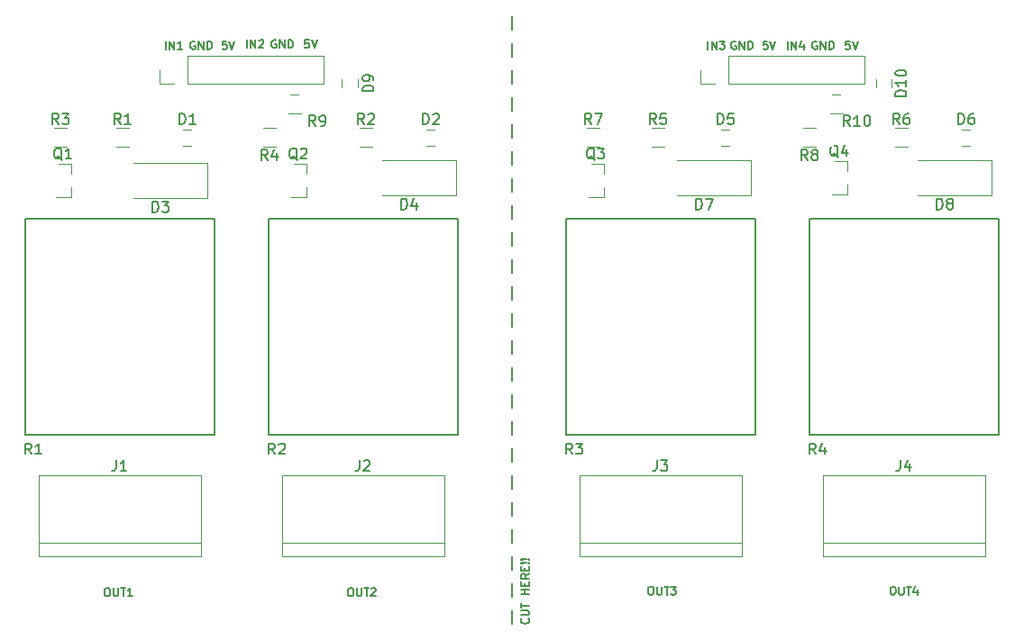
<source format=gbr>
G04 #@! TF.FileFunction,Legend,Top*
%FSLAX46Y46*%
G04 Gerber Fmt 4.6, Leading zero omitted, Abs format (unit mm)*
G04 Created by KiCad (PCBNEW 4.0.7) date 05/31/18 17:41:53*
%MOMM*%
%LPD*%
G01*
G04 APERTURE LIST*
%ADD10C,0.100000*%
%ADD11C,0.200000*%
%ADD12C,0.190500*%
%ADD13C,0.120000*%
%ADD14C,0.150000*%
%ADD15C,3.600000*%
%ADD16R,2.300000X1.200000*%
%ADD17R,1.900000X1.700000*%
%ADD18R,3.400000X3.400000*%
%ADD19C,3.400000*%
%ADD20O,2.900000X3.600000*%
%ADD21O,3.600000X2.900000*%
%ADD22R,3.900000X2.200000*%
%ADD23R,1.700000X1.900000*%
%ADD24R,2.100000X2.100000*%
%ADD25O,2.100000X2.100000*%
G04 APERTURE END LIST*
D10*
D11*
X109220000Y-73678872D02*
X109220000Y-72408872D01*
X109220000Y-76218872D02*
X109220000Y-74948872D01*
X109220000Y-71138872D02*
X109220000Y-69868872D01*
X109220000Y-68598872D02*
X109220000Y-67328872D01*
X109220000Y-86378872D02*
X109220000Y-85108872D01*
X109220000Y-81298872D02*
X109220000Y-80028872D01*
X109220000Y-83838872D02*
X109220000Y-82568872D01*
X109220000Y-88918872D02*
X109220000Y-87648872D01*
X109220000Y-78758872D02*
X109220000Y-77488872D01*
X109220000Y-66058872D02*
X109220000Y-64788872D01*
X109220000Y-63518872D02*
X109220000Y-62248872D01*
X109220000Y-60978872D02*
X109220000Y-59708872D01*
X109220000Y-55898872D02*
X109220000Y-54628872D01*
X109220000Y-58438872D02*
X109220000Y-57168872D01*
X109220000Y-53358872D02*
X109220000Y-52088872D01*
X109220000Y-109238872D02*
X109220000Y-107968872D01*
X109220000Y-104158872D02*
X109220000Y-102888872D01*
X109220000Y-106698872D02*
X109220000Y-105428872D01*
X109220000Y-91458872D02*
X109220000Y-90188872D01*
X109220000Y-101618872D02*
X109220000Y-100348872D01*
X109220000Y-93998872D02*
X109220000Y-92728872D01*
X109220000Y-96538872D02*
X109220000Y-95268872D01*
X109220000Y-99078872D02*
X109220000Y-97808872D01*
D12*
X110762143Y-108748286D02*
X110798429Y-108784572D01*
X110834714Y-108893429D01*
X110834714Y-108966000D01*
X110798429Y-109074857D01*
X110725857Y-109147429D01*
X110653286Y-109183714D01*
X110508143Y-109220000D01*
X110399286Y-109220000D01*
X110254143Y-109183714D01*
X110181571Y-109147429D01*
X110109000Y-109074857D01*
X110072714Y-108966000D01*
X110072714Y-108893429D01*
X110109000Y-108784572D01*
X110145286Y-108748286D01*
X110072714Y-108421714D02*
X110689571Y-108421714D01*
X110762143Y-108385429D01*
X110798429Y-108349143D01*
X110834714Y-108276572D01*
X110834714Y-108131429D01*
X110798429Y-108058857D01*
X110762143Y-108022572D01*
X110689571Y-107986286D01*
X110072714Y-107986286D01*
X110072714Y-107732286D02*
X110072714Y-107296857D01*
X110834714Y-107514571D02*
X110072714Y-107514571D01*
X110834714Y-106462286D02*
X110072714Y-106462286D01*
X110435571Y-106462286D02*
X110435571Y-106026858D01*
X110834714Y-106026858D02*
X110072714Y-106026858D01*
X110435571Y-105664000D02*
X110435571Y-105410000D01*
X110834714Y-105301143D02*
X110834714Y-105664000D01*
X110072714Y-105664000D01*
X110072714Y-105301143D01*
X110834714Y-104539143D02*
X110471857Y-104793143D01*
X110834714Y-104974571D02*
X110072714Y-104974571D01*
X110072714Y-104684286D01*
X110109000Y-104611714D01*
X110145286Y-104575429D01*
X110217857Y-104539143D01*
X110326714Y-104539143D01*
X110399286Y-104575429D01*
X110435571Y-104611714D01*
X110471857Y-104684286D01*
X110471857Y-104974571D01*
X110435571Y-104212571D02*
X110435571Y-103958571D01*
X110834714Y-103849714D02*
X110834714Y-104212571D01*
X110072714Y-104212571D01*
X110072714Y-103849714D01*
X110762143Y-103523142D02*
X110798429Y-103486857D01*
X110834714Y-103523142D01*
X110798429Y-103559428D01*
X110762143Y-103523142D01*
X110834714Y-103523142D01*
X110544429Y-103523142D02*
X110109000Y-103559428D01*
X110072714Y-103523142D01*
X110109000Y-103486857D01*
X110544429Y-103523142D01*
X110072714Y-103523142D01*
X110762143Y-103160285D02*
X110798429Y-103124000D01*
X110834714Y-103160285D01*
X110798429Y-103196571D01*
X110762143Y-103160285D01*
X110834714Y-103160285D01*
X110544429Y-103160285D02*
X110109000Y-103196571D01*
X110072714Y-103160285D01*
X110109000Y-103124000D01*
X110544429Y-103160285D01*
X110072714Y-103160285D01*
X144925143Y-105754714D02*
X145070286Y-105754714D01*
X145142858Y-105791000D01*
X145215429Y-105863571D01*
X145251715Y-106008714D01*
X145251715Y-106262714D01*
X145215429Y-106407857D01*
X145142858Y-106480429D01*
X145070286Y-106516714D01*
X144925143Y-106516714D01*
X144852572Y-106480429D01*
X144780001Y-106407857D01*
X144743715Y-106262714D01*
X144743715Y-106008714D01*
X144780001Y-105863571D01*
X144852572Y-105791000D01*
X144925143Y-105754714D01*
X145578287Y-105754714D02*
X145578287Y-106371571D01*
X145614572Y-106444143D01*
X145650858Y-106480429D01*
X145723429Y-106516714D01*
X145868572Y-106516714D01*
X145941144Y-106480429D01*
X145977429Y-106444143D01*
X146013715Y-106371571D01*
X146013715Y-105754714D01*
X146267715Y-105754714D02*
X146703144Y-105754714D01*
X146485430Y-106516714D02*
X146485430Y-105754714D01*
X147283715Y-106008714D02*
X147283715Y-106516714D01*
X147102286Y-105718429D02*
X146920858Y-106262714D01*
X147392572Y-106262714D01*
X122192143Y-105754714D02*
X122337286Y-105754714D01*
X122409858Y-105791000D01*
X122482429Y-105863571D01*
X122518715Y-106008714D01*
X122518715Y-106262714D01*
X122482429Y-106407857D01*
X122409858Y-106480429D01*
X122337286Y-106516714D01*
X122192143Y-106516714D01*
X122119572Y-106480429D01*
X122047001Y-106407857D01*
X122010715Y-106262714D01*
X122010715Y-106008714D01*
X122047001Y-105863571D01*
X122119572Y-105791000D01*
X122192143Y-105754714D01*
X122845287Y-105754714D02*
X122845287Y-106371571D01*
X122881572Y-106444143D01*
X122917858Y-106480429D01*
X122990429Y-106516714D01*
X123135572Y-106516714D01*
X123208144Y-106480429D01*
X123244429Y-106444143D01*
X123280715Y-106371571D01*
X123280715Y-105754714D01*
X123534715Y-105754714D02*
X123970144Y-105754714D01*
X123752430Y-106516714D02*
X123752430Y-105754714D01*
X124151572Y-105754714D02*
X124623286Y-105754714D01*
X124369286Y-106045000D01*
X124478144Y-106045000D01*
X124550715Y-106081286D01*
X124587001Y-106117571D01*
X124623286Y-106190143D01*
X124623286Y-106371571D01*
X124587001Y-106444143D01*
X124550715Y-106480429D01*
X124478144Y-106516714D01*
X124260429Y-106516714D01*
X124187858Y-106480429D01*
X124151572Y-106444143D01*
X93998143Y-105881714D02*
X94143286Y-105881714D01*
X94215858Y-105918000D01*
X94288429Y-105990571D01*
X94324715Y-106135714D01*
X94324715Y-106389714D01*
X94288429Y-106534857D01*
X94215858Y-106607429D01*
X94143286Y-106643714D01*
X93998143Y-106643714D01*
X93925572Y-106607429D01*
X93853001Y-106534857D01*
X93816715Y-106389714D01*
X93816715Y-106135714D01*
X93853001Y-105990571D01*
X93925572Y-105918000D01*
X93998143Y-105881714D01*
X94651287Y-105881714D02*
X94651287Y-106498571D01*
X94687572Y-106571143D01*
X94723858Y-106607429D01*
X94796429Y-106643714D01*
X94941572Y-106643714D01*
X95014144Y-106607429D01*
X95050429Y-106571143D01*
X95086715Y-106498571D01*
X95086715Y-105881714D01*
X95340715Y-105881714D02*
X95776144Y-105881714D01*
X95558430Y-106643714D02*
X95558430Y-105881714D01*
X95993858Y-105954286D02*
X96030144Y-105918000D01*
X96102715Y-105881714D01*
X96284144Y-105881714D01*
X96356715Y-105918000D01*
X96393001Y-105954286D01*
X96429286Y-106026857D01*
X96429286Y-106099429D01*
X96393001Y-106208286D01*
X95957572Y-106643714D01*
X96429286Y-106643714D01*
X71138143Y-105881714D02*
X71283286Y-105881714D01*
X71355858Y-105918000D01*
X71428429Y-105990571D01*
X71464715Y-106135714D01*
X71464715Y-106389714D01*
X71428429Y-106534857D01*
X71355858Y-106607429D01*
X71283286Y-106643714D01*
X71138143Y-106643714D01*
X71065572Y-106607429D01*
X70993001Y-106534857D01*
X70956715Y-106389714D01*
X70956715Y-106135714D01*
X70993001Y-105990571D01*
X71065572Y-105918000D01*
X71138143Y-105881714D01*
X71791287Y-105881714D02*
X71791287Y-106498571D01*
X71827572Y-106571143D01*
X71863858Y-106607429D01*
X71936429Y-106643714D01*
X72081572Y-106643714D01*
X72154144Y-106607429D01*
X72190429Y-106571143D01*
X72226715Y-106498571D01*
X72226715Y-105881714D01*
X72480715Y-105881714D02*
X72916144Y-105881714D01*
X72698430Y-106643714D02*
X72698430Y-105881714D01*
X73569286Y-106643714D02*
X73133858Y-106643714D01*
X73351572Y-106643714D02*
X73351572Y-105881714D01*
X73279001Y-105990571D01*
X73206429Y-106063143D01*
X73133858Y-106099429D01*
X135128001Y-55208714D02*
X135128001Y-54446714D01*
X135490858Y-55208714D02*
X135490858Y-54446714D01*
X135926286Y-55208714D01*
X135926286Y-54446714D01*
X136615715Y-54700714D02*
X136615715Y-55208714D01*
X136434286Y-54410429D02*
X136252858Y-54954714D01*
X136724572Y-54954714D01*
X127635001Y-55208714D02*
X127635001Y-54446714D01*
X127997858Y-55208714D02*
X127997858Y-54446714D01*
X128433286Y-55208714D01*
X128433286Y-54446714D01*
X128723572Y-54446714D02*
X129195286Y-54446714D01*
X128941286Y-54737000D01*
X129050144Y-54737000D01*
X129122715Y-54773286D01*
X129159001Y-54809571D01*
X129195286Y-54882143D01*
X129195286Y-55063571D01*
X129159001Y-55136143D01*
X129122715Y-55172429D01*
X129050144Y-55208714D01*
X128832429Y-55208714D01*
X128759858Y-55172429D01*
X128723572Y-55136143D01*
X84328001Y-55081714D02*
X84328001Y-54319714D01*
X84690858Y-55081714D02*
X84690858Y-54319714D01*
X85126286Y-55081714D01*
X85126286Y-54319714D01*
X85452858Y-54392286D02*
X85489144Y-54356000D01*
X85561715Y-54319714D01*
X85743144Y-54319714D01*
X85815715Y-54356000D01*
X85852001Y-54392286D01*
X85888286Y-54464857D01*
X85888286Y-54537429D01*
X85852001Y-54646286D01*
X85416572Y-55081714D01*
X85888286Y-55081714D01*
X76708001Y-55208714D02*
X76708001Y-54446714D01*
X77070858Y-55208714D02*
X77070858Y-54446714D01*
X77506286Y-55208714D01*
X77506286Y-54446714D01*
X78268286Y-55208714D02*
X77832858Y-55208714D01*
X78050572Y-55208714D02*
X78050572Y-54446714D01*
X77978001Y-54555571D01*
X77905429Y-54628143D01*
X77832858Y-54664429D01*
X79429428Y-54483000D02*
X79356857Y-54446714D01*
X79248000Y-54446714D01*
X79139143Y-54483000D01*
X79066571Y-54555571D01*
X79030286Y-54628143D01*
X78994000Y-54773286D01*
X78994000Y-54882143D01*
X79030286Y-55027286D01*
X79066571Y-55099857D01*
X79139143Y-55172429D01*
X79248000Y-55208714D01*
X79320571Y-55208714D01*
X79429428Y-55172429D01*
X79465714Y-55136143D01*
X79465714Y-54882143D01*
X79320571Y-54882143D01*
X79792286Y-55208714D02*
X79792286Y-54446714D01*
X80227714Y-55208714D01*
X80227714Y-54446714D01*
X80590572Y-55208714D02*
X80590572Y-54446714D01*
X80772000Y-54446714D01*
X80880857Y-54483000D01*
X80953429Y-54555571D01*
X80989714Y-54628143D01*
X81026000Y-54773286D01*
X81026000Y-54882143D01*
X80989714Y-55027286D01*
X80953429Y-55099857D01*
X80880857Y-55172429D01*
X80772000Y-55208714D01*
X80590572Y-55208714D01*
X130229428Y-54483000D02*
X130156857Y-54446714D01*
X130048000Y-54446714D01*
X129939143Y-54483000D01*
X129866571Y-54555571D01*
X129830286Y-54628143D01*
X129794000Y-54773286D01*
X129794000Y-54882143D01*
X129830286Y-55027286D01*
X129866571Y-55099857D01*
X129939143Y-55172429D01*
X130048000Y-55208714D01*
X130120571Y-55208714D01*
X130229428Y-55172429D01*
X130265714Y-55136143D01*
X130265714Y-54882143D01*
X130120571Y-54882143D01*
X130592286Y-55208714D02*
X130592286Y-54446714D01*
X131027714Y-55208714D01*
X131027714Y-54446714D01*
X131390572Y-55208714D02*
X131390572Y-54446714D01*
X131572000Y-54446714D01*
X131680857Y-54483000D01*
X131753429Y-54555571D01*
X131789714Y-54628143D01*
X131826000Y-54773286D01*
X131826000Y-54882143D01*
X131789714Y-55027286D01*
X131753429Y-55099857D01*
X131680857Y-55172429D01*
X131572000Y-55208714D01*
X131390572Y-55208714D01*
X137849428Y-54483000D02*
X137776857Y-54446714D01*
X137668000Y-54446714D01*
X137559143Y-54483000D01*
X137486571Y-54555571D01*
X137450286Y-54628143D01*
X137414000Y-54773286D01*
X137414000Y-54882143D01*
X137450286Y-55027286D01*
X137486571Y-55099857D01*
X137559143Y-55172429D01*
X137668000Y-55208714D01*
X137740571Y-55208714D01*
X137849428Y-55172429D01*
X137885714Y-55136143D01*
X137885714Y-54882143D01*
X137740571Y-54882143D01*
X138212286Y-55208714D02*
X138212286Y-54446714D01*
X138647714Y-55208714D01*
X138647714Y-54446714D01*
X139010572Y-55208714D02*
X139010572Y-54446714D01*
X139192000Y-54446714D01*
X139300857Y-54483000D01*
X139373429Y-54555571D01*
X139409714Y-54628143D01*
X139446000Y-54773286D01*
X139446000Y-54882143D01*
X139409714Y-55027286D01*
X139373429Y-55099857D01*
X139300857Y-55172429D01*
X139192000Y-55208714D01*
X139010572Y-55208714D01*
X87049428Y-54356000D02*
X86976857Y-54319714D01*
X86868000Y-54319714D01*
X86759143Y-54356000D01*
X86686571Y-54428571D01*
X86650286Y-54501143D01*
X86614000Y-54646286D01*
X86614000Y-54755143D01*
X86650286Y-54900286D01*
X86686571Y-54972857D01*
X86759143Y-55045429D01*
X86868000Y-55081714D01*
X86940571Y-55081714D01*
X87049428Y-55045429D01*
X87085714Y-55009143D01*
X87085714Y-54755143D01*
X86940571Y-54755143D01*
X87412286Y-55081714D02*
X87412286Y-54319714D01*
X87847714Y-55081714D01*
X87847714Y-54319714D01*
X88210572Y-55081714D02*
X88210572Y-54319714D01*
X88392000Y-54319714D01*
X88500857Y-54356000D01*
X88573429Y-54428571D01*
X88609714Y-54501143D01*
X88646000Y-54646286D01*
X88646000Y-54755143D01*
X88609714Y-54900286D01*
X88573429Y-54972857D01*
X88500857Y-55045429D01*
X88392000Y-55081714D01*
X88210572Y-55081714D01*
X82404858Y-54446714D02*
X82042001Y-54446714D01*
X82005715Y-54809571D01*
X82042001Y-54773286D01*
X82114572Y-54737000D01*
X82296001Y-54737000D01*
X82368572Y-54773286D01*
X82404858Y-54809571D01*
X82441143Y-54882143D01*
X82441143Y-55063571D01*
X82404858Y-55136143D01*
X82368572Y-55172429D01*
X82296001Y-55208714D01*
X82114572Y-55208714D01*
X82042001Y-55172429D01*
X82005715Y-55136143D01*
X82658857Y-54446714D02*
X82912857Y-55208714D01*
X83166857Y-54446714D01*
X90151858Y-54319714D02*
X89789001Y-54319714D01*
X89752715Y-54682571D01*
X89789001Y-54646286D01*
X89861572Y-54610000D01*
X90043001Y-54610000D01*
X90115572Y-54646286D01*
X90151858Y-54682571D01*
X90188143Y-54755143D01*
X90188143Y-54936571D01*
X90151858Y-55009143D01*
X90115572Y-55045429D01*
X90043001Y-55081714D01*
X89861572Y-55081714D01*
X89789001Y-55045429D01*
X89752715Y-55009143D01*
X90405857Y-54319714D02*
X90659857Y-55081714D01*
X90913857Y-54319714D01*
X133204858Y-54446714D02*
X132842001Y-54446714D01*
X132805715Y-54809571D01*
X132842001Y-54773286D01*
X132914572Y-54737000D01*
X133096001Y-54737000D01*
X133168572Y-54773286D01*
X133204858Y-54809571D01*
X133241143Y-54882143D01*
X133241143Y-55063571D01*
X133204858Y-55136143D01*
X133168572Y-55172429D01*
X133096001Y-55208714D01*
X132914572Y-55208714D01*
X132842001Y-55172429D01*
X132805715Y-55136143D01*
X133458857Y-54446714D02*
X133712857Y-55208714D01*
X133966857Y-54446714D01*
X140951858Y-54446714D02*
X140589001Y-54446714D01*
X140552715Y-54809571D01*
X140589001Y-54773286D01*
X140661572Y-54737000D01*
X140843001Y-54737000D01*
X140915572Y-54773286D01*
X140951858Y-54809571D01*
X140988143Y-54882143D01*
X140988143Y-55063571D01*
X140951858Y-55136143D01*
X140915572Y-55172429D01*
X140843001Y-55208714D01*
X140661572Y-55208714D01*
X140589001Y-55172429D01*
X140552715Y-55136143D01*
X141205857Y-54446714D02*
X141459857Y-55208714D01*
X141713857Y-54446714D01*
D13*
X117854000Y-69144000D02*
X117854000Y-68214000D01*
X117854000Y-65984000D02*
X117854000Y-66914000D01*
X117854000Y-65984000D02*
X114694000Y-65984000D01*
X117854000Y-69144000D02*
X116394000Y-69144000D01*
X79740000Y-64250000D02*
X76540000Y-64250000D01*
X76540000Y-62750000D02*
X79740000Y-62750000D01*
X76540000Y-62750000D02*
X76540000Y-64250000D01*
X102600000Y-64250000D02*
X99400000Y-64250000D01*
X99400000Y-62750000D02*
X102600000Y-62750000D01*
X99400000Y-62750000D02*
X99400000Y-64250000D01*
X130286000Y-64250000D02*
X127086000Y-64250000D01*
X127086000Y-62750000D02*
X130286000Y-62750000D01*
X127086000Y-62750000D02*
X127086000Y-64250000D01*
X152892000Y-64250000D02*
X149692000Y-64250000D01*
X149692000Y-62750000D02*
X152892000Y-62750000D01*
X149692000Y-62750000D02*
X149692000Y-64250000D01*
X64770000Y-102870000D02*
X64770000Y-95250000D01*
X80010000Y-102870000D02*
X80010000Y-95250000D01*
X64770000Y-101600000D02*
X80010000Y-101600000D01*
X64770000Y-95250000D02*
X80010000Y-95250000D01*
X64770000Y-102870000D02*
X80010000Y-102870000D01*
X87630000Y-102870000D02*
X87630000Y-95250000D01*
X102870000Y-102870000D02*
X102870000Y-95250000D01*
X87630000Y-101600000D02*
X102870000Y-101600000D01*
X87630000Y-95250000D02*
X102870000Y-95250000D01*
X87630000Y-102870000D02*
X102870000Y-102870000D01*
X115570000Y-102870000D02*
X115570000Y-95250000D01*
X130810000Y-102870000D02*
X130810000Y-95250000D01*
X115570000Y-101600000D02*
X130810000Y-101600000D01*
X115570000Y-95250000D02*
X130810000Y-95250000D01*
X115570000Y-102870000D02*
X130810000Y-102870000D01*
X138430000Y-102870000D02*
X138430000Y-95250000D01*
X153670000Y-102870000D02*
X153670000Y-95250000D01*
X138430000Y-101600000D02*
X153670000Y-101600000D01*
X138430000Y-95250000D02*
X153670000Y-95250000D01*
X138430000Y-102870000D02*
X153670000Y-102870000D01*
X67816000Y-69144000D02*
X67816000Y-68214000D01*
X67816000Y-65984000D02*
X67816000Y-66914000D01*
X67816000Y-65984000D02*
X64656000Y-65984000D01*
X67816000Y-69144000D02*
X66356000Y-69144000D01*
X89914000Y-69144000D02*
X89914000Y-68214000D01*
X89914000Y-65984000D02*
X89914000Y-66914000D01*
X89914000Y-65984000D02*
X86754000Y-65984000D01*
X89914000Y-69144000D02*
X88454000Y-69144000D01*
X140714000Y-68890000D02*
X140714000Y-67960000D01*
X140714000Y-65730000D02*
X140714000Y-66660000D01*
X140714000Y-65730000D02*
X137554000Y-65730000D01*
X140714000Y-68890000D02*
X139254000Y-68890000D01*
X73244000Y-64380000D02*
X72044000Y-64380000D01*
X72044000Y-62620000D02*
X73244000Y-62620000D01*
X96104000Y-64380000D02*
X94904000Y-64380000D01*
X94904000Y-62620000D02*
X96104000Y-62620000D01*
X67402000Y-64380000D02*
X66202000Y-64380000D01*
X66202000Y-62620000D02*
X67402000Y-62620000D01*
X85840000Y-62620000D02*
X87040000Y-62620000D01*
X87040000Y-64380000D02*
X85840000Y-64380000D01*
X123536000Y-64380000D02*
X122336000Y-64380000D01*
X122336000Y-62620000D02*
X123536000Y-62620000D01*
X146396000Y-64380000D02*
X145196000Y-64380000D01*
X145196000Y-62620000D02*
X146396000Y-62620000D01*
X117440000Y-64380000D02*
X116240000Y-64380000D01*
X116240000Y-62620000D02*
X117440000Y-62620000D01*
X136560000Y-62620000D02*
X137760000Y-62620000D01*
X137760000Y-64380000D02*
X136560000Y-64380000D01*
D14*
X63500000Y-71120000D02*
X63500000Y-91440000D01*
X63500000Y-91440000D02*
X81280000Y-91440000D01*
X81280000Y-91440000D02*
X81280000Y-71120000D01*
X81280000Y-71120000D02*
X63500000Y-71120000D01*
X86360000Y-71120000D02*
X86360000Y-91440000D01*
X86360000Y-91440000D02*
X104140000Y-91440000D01*
X104140000Y-91440000D02*
X104140000Y-71120000D01*
X104140000Y-71120000D02*
X86360000Y-71120000D01*
X114300000Y-71120000D02*
X114300000Y-91440000D01*
X114300000Y-91440000D02*
X132080000Y-91440000D01*
X132080000Y-91440000D02*
X132080000Y-71120000D01*
X132080000Y-71120000D02*
X114300000Y-71120000D01*
X137160000Y-71120000D02*
X137160000Y-91440000D01*
X137160000Y-91440000D02*
X154940000Y-91440000D01*
X154940000Y-91440000D02*
X154940000Y-71120000D01*
X154940000Y-71120000D02*
X137160000Y-71120000D01*
D13*
X80600000Y-69214000D02*
X80600000Y-65914000D01*
X80600000Y-65914000D02*
X73700000Y-65914000D01*
X80600000Y-69214000D02*
X73700000Y-69214000D01*
X103968000Y-68960000D02*
X103968000Y-65660000D01*
X103968000Y-65660000D02*
X97068000Y-65660000D01*
X103968000Y-68960000D02*
X97068000Y-68960000D01*
X131654000Y-68960000D02*
X131654000Y-65660000D01*
X131654000Y-65660000D02*
X124754000Y-65660000D01*
X131654000Y-68960000D02*
X124754000Y-68960000D01*
X154260000Y-68960000D02*
X154260000Y-65660000D01*
X154260000Y-65660000D02*
X147360000Y-65660000D01*
X154260000Y-68960000D02*
X147360000Y-68960000D01*
X94730000Y-57420000D02*
X94730000Y-60620000D01*
X93230000Y-60620000D02*
X93230000Y-57420000D01*
X93230000Y-60620000D02*
X94730000Y-60620000D01*
X144895000Y-57420000D02*
X144895000Y-60620000D01*
X143395000Y-60620000D02*
X143395000Y-57420000D01*
X143395000Y-60620000D02*
X144895000Y-60620000D01*
X89420000Y-61205000D02*
X88220000Y-61205000D01*
X88220000Y-59445000D02*
X89420000Y-59445000D01*
X140300000Y-61205000D02*
X139100000Y-61205000D01*
X139100000Y-59445000D02*
X140300000Y-59445000D01*
X142300000Y-58480000D02*
X142300000Y-55820000D01*
X129540000Y-58480000D02*
X142300000Y-58480000D01*
X129540000Y-55820000D02*
X142300000Y-55820000D01*
X129540000Y-58480000D02*
X129540000Y-55820000D01*
X128270000Y-58480000D02*
X126940000Y-58480000D01*
X126940000Y-58480000D02*
X126940000Y-57150000D01*
X91500000Y-58480000D02*
X91500000Y-55820000D01*
X78740000Y-58480000D02*
X91500000Y-58480000D01*
X78740000Y-55820000D02*
X91500000Y-55820000D01*
X78740000Y-58480000D02*
X78740000Y-55820000D01*
X77470000Y-58480000D02*
X76140000Y-58480000D01*
X76140000Y-58480000D02*
X76140000Y-57150000D01*
D14*
X116998762Y-65611619D02*
X116903524Y-65564000D01*
X116808286Y-65468762D01*
X116665429Y-65325905D01*
X116570190Y-65278286D01*
X116474952Y-65278286D01*
X116522571Y-65516381D02*
X116427333Y-65468762D01*
X116332095Y-65373524D01*
X116284476Y-65183048D01*
X116284476Y-64849714D01*
X116332095Y-64659238D01*
X116427333Y-64564000D01*
X116522571Y-64516381D01*
X116713048Y-64516381D01*
X116808286Y-64564000D01*
X116903524Y-64659238D01*
X116951143Y-64849714D01*
X116951143Y-65183048D01*
X116903524Y-65373524D01*
X116808286Y-65468762D01*
X116713048Y-65516381D01*
X116522571Y-65516381D01*
X117284476Y-64516381D02*
X117903524Y-64516381D01*
X117570190Y-64897333D01*
X117713048Y-64897333D01*
X117808286Y-64944952D01*
X117855905Y-64992571D01*
X117903524Y-65087810D01*
X117903524Y-65325905D01*
X117855905Y-65421143D01*
X117808286Y-65468762D01*
X117713048Y-65516381D01*
X117427333Y-65516381D01*
X117332095Y-65468762D01*
X117284476Y-65421143D01*
X78001905Y-62252381D02*
X78001905Y-61252381D01*
X78240000Y-61252381D01*
X78382858Y-61300000D01*
X78478096Y-61395238D01*
X78525715Y-61490476D01*
X78573334Y-61680952D01*
X78573334Y-61823810D01*
X78525715Y-62014286D01*
X78478096Y-62109524D01*
X78382858Y-62204762D01*
X78240000Y-62252381D01*
X78001905Y-62252381D01*
X79525715Y-62252381D02*
X78954286Y-62252381D01*
X79240000Y-62252381D02*
X79240000Y-61252381D01*
X79144762Y-61395238D01*
X79049524Y-61490476D01*
X78954286Y-61538095D01*
X100861905Y-62252381D02*
X100861905Y-61252381D01*
X101100000Y-61252381D01*
X101242858Y-61300000D01*
X101338096Y-61395238D01*
X101385715Y-61490476D01*
X101433334Y-61680952D01*
X101433334Y-61823810D01*
X101385715Y-62014286D01*
X101338096Y-62109524D01*
X101242858Y-62204762D01*
X101100000Y-62252381D01*
X100861905Y-62252381D01*
X101814286Y-61347619D02*
X101861905Y-61300000D01*
X101957143Y-61252381D01*
X102195239Y-61252381D01*
X102290477Y-61300000D01*
X102338096Y-61347619D01*
X102385715Y-61442857D01*
X102385715Y-61538095D01*
X102338096Y-61680952D01*
X101766667Y-62252381D01*
X102385715Y-62252381D01*
X128547905Y-62252381D02*
X128547905Y-61252381D01*
X128786000Y-61252381D01*
X128928858Y-61300000D01*
X129024096Y-61395238D01*
X129071715Y-61490476D01*
X129119334Y-61680952D01*
X129119334Y-61823810D01*
X129071715Y-62014286D01*
X129024096Y-62109524D01*
X128928858Y-62204762D01*
X128786000Y-62252381D01*
X128547905Y-62252381D01*
X130024096Y-61252381D02*
X129547905Y-61252381D01*
X129500286Y-61728571D01*
X129547905Y-61680952D01*
X129643143Y-61633333D01*
X129881239Y-61633333D01*
X129976477Y-61680952D01*
X130024096Y-61728571D01*
X130071715Y-61823810D01*
X130071715Y-62061905D01*
X130024096Y-62157143D01*
X129976477Y-62204762D01*
X129881239Y-62252381D01*
X129643143Y-62252381D01*
X129547905Y-62204762D01*
X129500286Y-62157143D01*
X151153905Y-62252381D02*
X151153905Y-61252381D01*
X151392000Y-61252381D01*
X151534858Y-61300000D01*
X151630096Y-61395238D01*
X151677715Y-61490476D01*
X151725334Y-61680952D01*
X151725334Y-61823810D01*
X151677715Y-62014286D01*
X151630096Y-62109524D01*
X151534858Y-62204762D01*
X151392000Y-62252381D01*
X151153905Y-62252381D01*
X152582477Y-61252381D02*
X152392000Y-61252381D01*
X152296762Y-61300000D01*
X152249143Y-61347619D01*
X152153905Y-61490476D01*
X152106286Y-61680952D01*
X152106286Y-62061905D01*
X152153905Y-62157143D01*
X152201524Y-62204762D01*
X152296762Y-62252381D01*
X152487239Y-62252381D01*
X152582477Y-62204762D01*
X152630096Y-62157143D01*
X152677715Y-62061905D01*
X152677715Y-61823810D01*
X152630096Y-61728571D01*
X152582477Y-61680952D01*
X152487239Y-61633333D01*
X152296762Y-61633333D01*
X152201524Y-61680952D01*
X152153905Y-61728571D01*
X152106286Y-61823810D01*
X72026667Y-93862381D02*
X72026667Y-94576667D01*
X71979047Y-94719524D01*
X71883809Y-94814762D01*
X71740952Y-94862381D01*
X71645714Y-94862381D01*
X73026667Y-94862381D02*
X72455238Y-94862381D01*
X72740952Y-94862381D02*
X72740952Y-93862381D01*
X72645714Y-94005238D01*
X72550476Y-94100476D01*
X72455238Y-94148095D01*
X94886667Y-93862381D02*
X94886667Y-94576667D01*
X94839047Y-94719524D01*
X94743809Y-94814762D01*
X94600952Y-94862381D01*
X94505714Y-94862381D01*
X95315238Y-93957619D02*
X95362857Y-93910000D01*
X95458095Y-93862381D01*
X95696191Y-93862381D01*
X95791429Y-93910000D01*
X95839048Y-93957619D01*
X95886667Y-94052857D01*
X95886667Y-94148095D01*
X95839048Y-94290952D01*
X95267619Y-94862381D01*
X95886667Y-94862381D01*
X122826667Y-93862381D02*
X122826667Y-94576667D01*
X122779047Y-94719524D01*
X122683809Y-94814762D01*
X122540952Y-94862381D01*
X122445714Y-94862381D01*
X123207619Y-93862381D02*
X123826667Y-93862381D01*
X123493333Y-94243333D01*
X123636191Y-94243333D01*
X123731429Y-94290952D01*
X123779048Y-94338571D01*
X123826667Y-94433810D01*
X123826667Y-94671905D01*
X123779048Y-94767143D01*
X123731429Y-94814762D01*
X123636191Y-94862381D01*
X123350476Y-94862381D01*
X123255238Y-94814762D01*
X123207619Y-94767143D01*
X145686667Y-93862381D02*
X145686667Y-94576667D01*
X145639047Y-94719524D01*
X145543809Y-94814762D01*
X145400952Y-94862381D01*
X145305714Y-94862381D01*
X146591429Y-94195714D02*
X146591429Y-94862381D01*
X146353333Y-93814762D02*
X146115238Y-94529048D01*
X146734286Y-94529048D01*
X66960762Y-65611619D02*
X66865524Y-65564000D01*
X66770286Y-65468762D01*
X66627429Y-65325905D01*
X66532190Y-65278286D01*
X66436952Y-65278286D01*
X66484571Y-65516381D02*
X66389333Y-65468762D01*
X66294095Y-65373524D01*
X66246476Y-65183048D01*
X66246476Y-64849714D01*
X66294095Y-64659238D01*
X66389333Y-64564000D01*
X66484571Y-64516381D01*
X66675048Y-64516381D01*
X66770286Y-64564000D01*
X66865524Y-64659238D01*
X66913143Y-64849714D01*
X66913143Y-65183048D01*
X66865524Y-65373524D01*
X66770286Y-65468762D01*
X66675048Y-65516381D01*
X66484571Y-65516381D01*
X67865524Y-65516381D02*
X67294095Y-65516381D01*
X67579809Y-65516381D02*
X67579809Y-64516381D01*
X67484571Y-64659238D01*
X67389333Y-64754476D01*
X67294095Y-64802095D01*
X89058762Y-65611619D02*
X88963524Y-65564000D01*
X88868286Y-65468762D01*
X88725429Y-65325905D01*
X88630190Y-65278286D01*
X88534952Y-65278286D01*
X88582571Y-65516381D02*
X88487333Y-65468762D01*
X88392095Y-65373524D01*
X88344476Y-65183048D01*
X88344476Y-64849714D01*
X88392095Y-64659238D01*
X88487333Y-64564000D01*
X88582571Y-64516381D01*
X88773048Y-64516381D01*
X88868286Y-64564000D01*
X88963524Y-64659238D01*
X89011143Y-64849714D01*
X89011143Y-65183048D01*
X88963524Y-65373524D01*
X88868286Y-65468762D01*
X88773048Y-65516381D01*
X88582571Y-65516381D01*
X89392095Y-64611619D02*
X89439714Y-64564000D01*
X89534952Y-64516381D01*
X89773048Y-64516381D01*
X89868286Y-64564000D01*
X89915905Y-64611619D01*
X89963524Y-64706857D01*
X89963524Y-64802095D01*
X89915905Y-64944952D01*
X89344476Y-65516381D01*
X89963524Y-65516381D01*
X139858762Y-65357619D02*
X139763524Y-65310000D01*
X139668286Y-65214762D01*
X139525429Y-65071905D01*
X139430190Y-65024286D01*
X139334952Y-65024286D01*
X139382571Y-65262381D02*
X139287333Y-65214762D01*
X139192095Y-65119524D01*
X139144476Y-64929048D01*
X139144476Y-64595714D01*
X139192095Y-64405238D01*
X139287333Y-64310000D01*
X139382571Y-64262381D01*
X139573048Y-64262381D01*
X139668286Y-64310000D01*
X139763524Y-64405238D01*
X139811143Y-64595714D01*
X139811143Y-64929048D01*
X139763524Y-65119524D01*
X139668286Y-65214762D01*
X139573048Y-65262381D01*
X139382571Y-65262381D01*
X140668286Y-64595714D02*
X140668286Y-65262381D01*
X140430190Y-64214762D02*
X140192095Y-64929048D01*
X140811143Y-64929048D01*
X72477334Y-62252381D02*
X72144000Y-61776190D01*
X71905905Y-62252381D02*
X71905905Y-61252381D01*
X72286858Y-61252381D01*
X72382096Y-61300000D01*
X72429715Y-61347619D01*
X72477334Y-61442857D01*
X72477334Y-61585714D01*
X72429715Y-61680952D01*
X72382096Y-61728571D01*
X72286858Y-61776190D01*
X71905905Y-61776190D01*
X73429715Y-62252381D02*
X72858286Y-62252381D01*
X73144000Y-62252381D02*
X73144000Y-61252381D01*
X73048762Y-61395238D01*
X72953524Y-61490476D01*
X72858286Y-61538095D01*
X95337334Y-62252381D02*
X95004000Y-61776190D01*
X94765905Y-62252381D02*
X94765905Y-61252381D01*
X95146858Y-61252381D01*
X95242096Y-61300000D01*
X95289715Y-61347619D01*
X95337334Y-61442857D01*
X95337334Y-61585714D01*
X95289715Y-61680952D01*
X95242096Y-61728571D01*
X95146858Y-61776190D01*
X94765905Y-61776190D01*
X95718286Y-61347619D02*
X95765905Y-61300000D01*
X95861143Y-61252381D01*
X96099239Y-61252381D01*
X96194477Y-61300000D01*
X96242096Y-61347619D01*
X96289715Y-61442857D01*
X96289715Y-61538095D01*
X96242096Y-61680952D01*
X95670667Y-62252381D01*
X96289715Y-62252381D01*
X66635334Y-62252381D02*
X66302000Y-61776190D01*
X66063905Y-62252381D02*
X66063905Y-61252381D01*
X66444858Y-61252381D01*
X66540096Y-61300000D01*
X66587715Y-61347619D01*
X66635334Y-61442857D01*
X66635334Y-61585714D01*
X66587715Y-61680952D01*
X66540096Y-61728571D01*
X66444858Y-61776190D01*
X66063905Y-61776190D01*
X66968667Y-61252381D02*
X67587715Y-61252381D01*
X67254381Y-61633333D01*
X67397239Y-61633333D01*
X67492477Y-61680952D01*
X67540096Y-61728571D01*
X67587715Y-61823810D01*
X67587715Y-62061905D01*
X67540096Y-62157143D01*
X67492477Y-62204762D01*
X67397239Y-62252381D01*
X67111524Y-62252381D01*
X67016286Y-62204762D01*
X66968667Y-62157143D01*
X86273334Y-65652381D02*
X85940000Y-65176190D01*
X85701905Y-65652381D02*
X85701905Y-64652381D01*
X86082858Y-64652381D01*
X86178096Y-64700000D01*
X86225715Y-64747619D01*
X86273334Y-64842857D01*
X86273334Y-64985714D01*
X86225715Y-65080952D01*
X86178096Y-65128571D01*
X86082858Y-65176190D01*
X85701905Y-65176190D01*
X87130477Y-64985714D02*
X87130477Y-65652381D01*
X86892381Y-64604762D02*
X86654286Y-65319048D01*
X87273334Y-65319048D01*
X122769334Y-62252381D02*
X122436000Y-61776190D01*
X122197905Y-62252381D02*
X122197905Y-61252381D01*
X122578858Y-61252381D01*
X122674096Y-61300000D01*
X122721715Y-61347619D01*
X122769334Y-61442857D01*
X122769334Y-61585714D01*
X122721715Y-61680952D01*
X122674096Y-61728571D01*
X122578858Y-61776190D01*
X122197905Y-61776190D01*
X123674096Y-61252381D02*
X123197905Y-61252381D01*
X123150286Y-61728571D01*
X123197905Y-61680952D01*
X123293143Y-61633333D01*
X123531239Y-61633333D01*
X123626477Y-61680952D01*
X123674096Y-61728571D01*
X123721715Y-61823810D01*
X123721715Y-62061905D01*
X123674096Y-62157143D01*
X123626477Y-62204762D01*
X123531239Y-62252381D01*
X123293143Y-62252381D01*
X123197905Y-62204762D01*
X123150286Y-62157143D01*
X145629334Y-62252381D02*
X145296000Y-61776190D01*
X145057905Y-62252381D02*
X145057905Y-61252381D01*
X145438858Y-61252381D01*
X145534096Y-61300000D01*
X145581715Y-61347619D01*
X145629334Y-61442857D01*
X145629334Y-61585714D01*
X145581715Y-61680952D01*
X145534096Y-61728571D01*
X145438858Y-61776190D01*
X145057905Y-61776190D01*
X146486477Y-61252381D02*
X146296000Y-61252381D01*
X146200762Y-61300000D01*
X146153143Y-61347619D01*
X146057905Y-61490476D01*
X146010286Y-61680952D01*
X146010286Y-62061905D01*
X146057905Y-62157143D01*
X146105524Y-62204762D01*
X146200762Y-62252381D01*
X146391239Y-62252381D01*
X146486477Y-62204762D01*
X146534096Y-62157143D01*
X146581715Y-62061905D01*
X146581715Y-61823810D01*
X146534096Y-61728571D01*
X146486477Y-61680952D01*
X146391239Y-61633333D01*
X146200762Y-61633333D01*
X146105524Y-61680952D01*
X146057905Y-61728571D01*
X146010286Y-61823810D01*
X116673334Y-62252381D02*
X116340000Y-61776190D01*
X116101905Y-62252381D02*
X116101905Y-61252381D01*
X116482858Y-61252381D01*
X116578096Y-61300000D01*
X116625715Y-61347619D01*
X116673334Y-61442857D01*
X116673334Y-61585714D01*
X116625715Y-61680952D01*
X116578096Y-61728571D01*
X116482858Y-61776190D01*
X116101905Y-61776190D01*
X117006667Y-61252381D02*
X117673334Y-61252381D01*
X117244762Y-62252381D01*
X136993334Y-65652381D02*
X136660000Y-65176190D01*
X136421905Y-65652381D02*
X136421905Y-64652381D01*
X136802858Y-64652381D01*
X136898096Y-64700000D01*
X136945715Y-64747619D01*
X136993334Y-64842857D01*
X136993334Y-64985714D01*
X136945715Y-65080952D01*
X136898096Y-65128571D01*
X136802858Y-65176190D01*
X136421905Y-65176190D01*
X137564762Y-65080952D02*
X137469524Y-65033333D01*
X137421905Y-64985714D01*
X137374286Y-64890476D01*
X137374286Y-64842857D01*
X137421905Y-64747619D01*
X137469524Y-64700000D01*
X137564762Y-64652381D01*
X137755239Y-64652381D01*
X137850477Y-64700000D01*
X137898096Y-64747619D01*
X137945715Y-64842857D01*
X137945715Y-64890476D01*
X137898096Y-64985714D01*
X137850477Y-65033333D01*
X137755239Y-65080952D01*
X137564762Y-65080952D01*
X137469524Y-65128571D01*
X137421905Y-65176190D01*
X137374286Y-65271429D01*
X137374286Y-65461905D01*
X137421905Y-65557143D01*
X137469524Y-65604762D01*
X137564762Y-65652381D01*
X137755239Y-65652381D01*
X137850477Y-65604762D01*
X137898096Y-65557143D01*
X137945715Y-65461905D01*
X137945715Y-65271429D01*
X137898096Y-65176190D01*
X137850477Y-65128571D01*
X137755239Y-65080952D01*
X64095334Y-93289381D02*
X63762000Y-92813190D01*
X63523905Y-93289381D02*
X63523905Y-92289381D01*
X63904858Y-92289381D01*
X64000096Y-92337000D01*
X64047715Y-92384619D01*
X64095334Y-92479857D01*
X64095334Y-92622714D01*
X64047715Y-92717952D01*
X64000096Y-92765571D01*
X63904858Y-92813190D01*
X63523905Y-92813190D01*
X65047715Y-93289381D02*
X64476286Y-93289381D01*
X64762000Y-93289381D02*
X64762000Y-92289381D01*
X64666762Y-92432238D01*
X64571524Y-92527476D01*
X64476286Y-92575095D01*
X86955334Y-93289381D02*
X86622000Y-92813190D01*
X86383905Y-93289381D02*
X86383905Y-92289381D01*
X86764858Y-92289381D01*
X86860096Y-92337000D01*
X86907715Y-92384619D01*
X86955334Y-92479857D01*
X86955334Y-92622714D01*
X86907715Y-92717952D01*
X86860096Y-92765571D01*
X86764858Y-92813190D01*
X86383905Y-92813190D01*
X87336286Y-92384619D02*
X87383905Y-92337000D01*
X87479143Y-92289381D01*
X87717239Y-92289381D01*
X87812477Y-92337000D01*
X87860096Y-92384619D01*
X87907715Y-92479857D01*
X87907715Y-92575095D01*
X87860096Y-92717952D01*
X87288667Y-93289381D01*
X87907715Y-93289381D01*
X114895334Y-93289381D02*
X114562000Y-92813190D01*
X114323905Y-93289381D02*
X114323905Y-92289381D01*
X114704858Y-92289381D01*
X114800096Y-92337000D01*
X114847715Y-92384619D01*
X114895334Y-92479857D01*
X114895334Y-92622714D01*
X114847715Y-92717952D01*
X114800096Y-92765571D01*
X114704858Y-92813190D01*
X114323905Y-92813190D01*
X115228667Y-92289381D02*
X115847715Y-92289381D01*
X115514381Y-92670333D01*
X115657239Y-92670333D01*
X115752477Y-92717952D01*
X115800096Y-92765571D01*
X115847715Y-92860810D01*
X115847715Y-93098905D01*
X115800096Y-93194143D01*
X115752477Y-93241762D01*
X115657239Y-93289381D01*
X115371524Y-93289381D01*
X115276286Y-93241762D01*
X115228667Y-93194143D01*
X137755334Y-93289381D02*
X137422000Y-92813190D01*
X137183905Y-93289381D02*
X137183905Y-92289381D01*
X137564858Y-92289381D01*
X137660096Y-92337000D01*
X137707715Y-92384619D01*
X137755334Y-92479857D01*
X137755334Y-92622714D01*
X137707715Y-92717952D01*
X137660096Y-92765571D01*
X137564858Y-92813190D01*
X137183905Y-92813190D01*
X138612477Y-92622714D02*
X138612477Y-93289381D01*
X138374381Y-92241762D02*
X138136286Y-92956048D01*
X138755334Y-92956048D01*
X75461905Y-70516381D02*
X75461905Y-69516381D01*
X75700000Y-69516381D01*
X75842858Y-69564000D01*
X75938096Y-69659238D01*
X75985715Y-69754476D01*
X76033334Y-69944952D01*
X76033334Y-70087810D01*
X75985715Y-70278286D01*
X75938096Y-70373524D01*
X75842858Y-70468762D01*
X75700000Y-70516381D01*
X75461905Y-70516381D01*
X76366667Y-69516381D02*
X76985715Y-69516381D01*
X76652381Y-69897333D01*
X76795239Y-69897333D01*
X76890477Y-69944952D01*
X76938096Y-69992571D01*
X76985715Y-70087810D01*
X76985715Y-70325905D01*
X76938096Y-70421143D01*
X76890477Y-70468762D01*
X76795239Y-70516381D01*
X76509524Y-70516381D01*
X76414286Y-70468762D01*
X76366667Y-70421143D01*
X98829905Y-70262381D02*
X98829905Y-69262381D01*
X99068000Y-69262381D01*
X99210858Y-69310000D01*
X99306096Y-69405238D01*
X99353715Y-69500476D01*
X99401334Y-69690952D01*
X99401334Y-69833810D01*
X99353715Y-70024286D01*
X99306096Y-70119524D01*
X99210858Y-70214762D01*
X99068000Y-70262381D01*
X98829905Y-70262381D01*
X100258477Y-69595714D02*
X100258477Y-70262381D01*
X100020381Y-69214762D02*
X99782286Y-69929048D01*
X100401334Y-69929048D01*
X126515905Y-70262381D02*
X126515905Y-69262381D01*
X126754000Y-69262381D01*
X126896858Y-69310000D01*
X126992096Y-69405238D01*
X127039715Y-69500476D01*
X127087334Y-69690952D01*
X127087334Y-69833810D01*
X127039715Y-70024286D01*
X126992096Y-70119524D01*
X126896858Y-70214762D01*
X126754000Y-70262381D01*
X126515905Y-70262381D01*
X127420667Y-69262381D02*
X128087334Y-69262381D01*
X127658762Y-70262381D01*
X149121905Y-70262381D02*
X149121905Y-69262381D01*
X149360000Y-69262381D01*
X149502858Y-69310000D01*
X149598096Y-69405238D01*
X149645715Y-69500476D01*
X149693334Y-69690952D01*
X149693334Y-69833810D01*
X149645715Y-70024286D01*
X149598096Y-70119524D01*
X149502858Y-70214762D01*
X149360000Y-70262381D01*
X149121905Y-70262381D01*
X150264762Y-69690952D02*
X150169524Y-69643333D01*
X150121905Y-69595714D01*
X150074286Y-69500476D01*
X150074286Y-69452857D01*
X150121905Y-69357619D01*
X150169524Y-69310000D01*
X150264762Y-69262381D01*
X150455239Y-69262381D01*
X150550477Y-69310000D01*
X150598096Y-69357619D01*
X150645715Y-69452857D01*
X150645715Y-69500476D01*
X150598096Y-69595714D01*
X150550477Y-69643333D01*
X150455239Y-69690952D01*
X150264762Y-69690952D01*
X150169524Y-69738571D01*
X150121905Y-69786190D01*
X150074286Y-69881429D01*
X150074286Y-70071905D01*
X150121905Y-70167143D01*
X150169524Y-70214762D01*
X150264762Y-70262381D01*
X150455239Y-70262381D01*
X150550477Y-70214762D01*
X150598096Y-70167143D01*
X150645715Y-70071905D01*
X150645715Y-69881429D01*
X150598096Y-69786190D01*
X150550477Y-69738571D01*
X150455239Y-69690952D01*
X96210381Y-59158095D02*
X95210381Y-59158095D01*
X95210381Y-58920000D01*
X95258000Y-58777142D01*
X95353238Y-58681904D01*
X95448476Y-58634285D01*
X95638952Y-58586666D01*
X95781810Y-58586666D01*
X95972286Y-58634285D01*
X96067524Y-58681904D01*
X96162762Y-58777142D01*
X96210381Y-58920000D01*
X96210381Y-59158095D01*
X96210381Y-58110476D02*
X96210381Y-57920000D01*
X96162762Y-57824761D01*
X96115143Y-57777142D01*
X95972286Y-57681904D01*
X95781810Y-57634285D01*
X95400857Y-57634285D01*
X95305619Y-57681904D01*
X95258000Y-57729523D01*
X95210381Y-57824761D01*
X95210381Y-58015238D01*
X95258000Y-58110476D01*
X95305619Y-58158095D01*
X95400857Y-58205714D01*
X95638952Y-58205714D01*
X95734190Y-58158095D01*
X95781810Y-58110476D01*
X95829429Y-58015238D01*
X95829429Y-57824761D01*
X95781810Y-57729523D01*
X95734190Y-57681904D01*
X95638952Y-57634285D01*
X146248381Y-59634286D02*
X145248381Y-59634286D01*
X145248381Y-59396191D01*
X145296000Y-59253333D01*
X145391238Y-59158095D01*
X145486476Y-59110476D01*
X145676952Y-59062857D01*
X145819810Y-59062857D01*
X146010286Y-59110476D01*
X146105524Y-59158095D01*
X146200762Y-59253333D01*
X146248381Y-59396191D01*
X146248381Y-59634286D01*
X146248381Y-58110476D02*
X146248381Y-58681905D01*
X146248381Y-58396191D02*
X145248381Y-58396191D01*
X145391238Y-58491429D01*
X145486476Y-58586667D01*
X145534095Y-58681905D01*
X145248381Y-57491429D02*
X145248381Y-57396190D01*
X145296000Y-57300952D01*
X145343619Y-57253333D01*
X145438857Y-57205714D01*
X145629333Y-57158095D01*
X145867429Y-57158095D01*
X146057905Y-57205714D01*
X146153143Y-57253333D01*
X146200762Y-57300952D01*
X146248381Y-57396190D01*
X146248381Y-57491429D01*
X146200762Y-57586667D01*
X146153143Y-57634286D01*
X146057905Y-57681905D01*
X145867429Y-57729524D01*
X145629333Y-57729524D01*
X145438857Y-57681905D01*
X145343619Y-57634286D01*
X145296000Y-57586667D01*
X145248381Y-57491429D01*
X90765334Y-62428381D02*
X90432000Y-61952190D01*
X90193905Y-62428381D02*
X90193905Y-61428381D01*
X90574858Y-61428381D01*
X90670096Y-61476000D01*
X90717715Y-61523619D01*
X90765334Y-61618857D01*
X90765334Y-61761714D01*
X90717715Y-61856952D01*
X90670096Y-61904571D01*
X90574858Y-61952190D01*
X90193905Y-61952190D01*
X91241524Y-62428381D02*
X91432000Y-62428381D01*
X91527239Y-62380762D01*
X91574858Y-62333143D01*
X91670096Y-62190286D01*
X91717715Y-61999810D01*
X91717715Y-61618857D01*
X91670096Y-61523619D01*
X91622477Y-61476000D01*
X91527239Y-61428381D01*
X91336762Y-61428381D01*
X91241524Y-61476000D01*
X91193905Y-61523619D01*
X91146286Y-61618857D01*
X91146286Y-61856952D01*
X91193905Y-61952190D01*
X91241524Y-61999810D01*
X91336762Y-62047429D01*
X91527239Y-62047429D01*
X91622477Y-61999810D01*
X91670096Y-61952190D01*
X91717715Y-61856952D01*
X140962143Y-62428381D02*
X140628809Y-61952190D01*
X140390714Y-62428381D02*
X140390714Y-61428381D01*
X140771667Y-61428381D01*
X140866905Y-61476000D01*
X140914524Y-61523619D01*
X140962143Y-61618857D01*
X140962143Y-61761714D01*
X140914524Y-61856952D01*
X140866905Y-61904571D01*
X140771667Y-61952190D01*
X140390714Y-61952190D01*
X141914524Y-62428381D02*
X141343095Y-62428381D01*
X141628809Y-62428381D02*
X141628809Y-61428381D01*
X141533571Y-61571238D01*
X141438333Y-61666476D01*
X141343095Y-61714095D01*
X142533571Y-61428381D02*
X142628810Y-61428381D01*
X142724048Y-61476000D01*
X142771667Y-61523619D01*
X142819286Y-61618857D01*
X142866905Y-61809333D01*
X142866905Y-62047429D01*
X142819286Y-62237905D01*
X142771667Y-62333143D01*
X142724048Y-62380762D01*
X142628810Y-62428381D01*
X142533571Y-62428381D01*
X142438333Y-62380762D01*
X142390714Y-62333143D01*
X142343095Y-62237905D01*
X142295476Y-62047429D01*
X142295476Y-61809333D01*
X142343095Y-61618857D01*
X142390714Y-61523619D01*
X142438333Y-61476000D01*
X142533571Y-61428381D01*
%LPC*%
D15*
X134620000Y-105791000D03*
X63881000Y-54610000D03*
X83820000Y-105791000D03*
D16*
X115594000Y-66614000D03*
X115594000Y-68514000D03*
X118594000Y-67564000D03*
D17*
X77390000Y-63500000D03*
X80090000Y-63500000D03*
X100250000Y-63500000D03*
X102950000Y-63500000D03*
X127936000Y-63500000D03*
X130636000Y-63500000D03*
X150542000Y-63500000D03*
X153242000Y-63500000D03*
D18*
X67310000Y-99060000D03*
D19*
X72390000Y-99060000D03*
X77470000Y-99060000D03*
D18*
X90170000Y-99060000D03*
D19*
X95250000Y-99060000D03*
X100330000Y-99060000D03*
D18*
X118110000Y-99060000D03*
D19*
X123190000Y-99060000D03*
X128270000Y-99060000D03*
D18*
X140970000Y-99060000D03*
D19*
X146050000Y-99060000D03*
X151130000Y-99060000D03*
D16*
X65556000Y-66614000D03*
X65556000Y-68514000D03*
X68556000Y-67564000D03*
X87654000Y-66614000D03*
X87654000Y-68514000D03*
X90654000Y-67564000D03*
X138454000Y-66360000D03*
X138454000Y-68260000D03*
X141454000Y-67310000D03*
D17*
X71294000Y-63500000D03*
X73994000Y-63500000D03*
X94154000Y-63500000D03*
X96854000Y-63500000D03*
X65452000Y-63500000D03*
X68152000Y-63500000D03*
X87790000Y-63500000D03*
X85090000Y-63500000D03*
X121586000Y-63500000D03*
X124286000Y-63500000D03*
X144446000Y-63500000D03*
X147146000Y-63500000D03*
X115490000Y-63500000D03*
X118190000Y-63500000D03*
X138510000Y-63500000D03*
X135810000Y-63500000D03*
D20*
X66040000Y-76200000D03*
X78740000Y-76200000D03*
D21*
X72390000Y-73660000D03*
D20*
X78740000Y-88900000D03*
X66040000Y-88900000D03*
X88900000Y-76200000D03*
X101600000Y-76200000D03*
D21*
X95250000Y-73660000D03*
D20*
X101600000Y-88900000D03*
X88900000Y-88900000D03*
X116840000Y-76200000D03*
X129540000Y-76200000D03*
D21*
X123190000Y-73660000D03*
D20*
X129540000Y-88900000D03*
X116840000Y-88900000D03*
X139700000Y-76200000D03*
X152400000Y-76200000D03*
D21*
X146050000Y-73660000D03*
D20*
X152400000Y-88900000D03*
X139700000Y-88900000D03*
D22*
X78700000Y-67564000D03*
X73700000Y-67564000D03*
X102068000Y-67310000D03*
X97068000Y-67310000D03*
X129754000Y-67310000D03*
X124754000Y-67310000D03*
X152360000Y-67310000D03*
X147360000Y-67310000D03*
D23*
X93980000Y-59770000D03*
X93980000Y-57070000D03*
X144145000Y-59770000D03*
X144145000Y-57070000D03*
D17*
X87470000Y-60325000D03*
X90170000Y-60325000D03*
X138350000Y-60325000D03*
X141050000Y-60325000D03*
D24*
X128270000Y-57150000D03*
D25*
X130810000Y-57150000D03*
X133350000Y-57150000D03*
X135890000Y-57150000D03*
X138430000Y-57150000D03*
X140970000Y-57150000D03*
D24*
X77470000Y-57150000D03*
D25*
X80010000Y-57150000D03*
X82550000Y-57150000D03*
X85090000Y-57150000D03*
X87630000Y-57150000D03*
X90170000Y-57150000D03*
D15*
X154305000Y-54610000D03*
M02*

</source>
